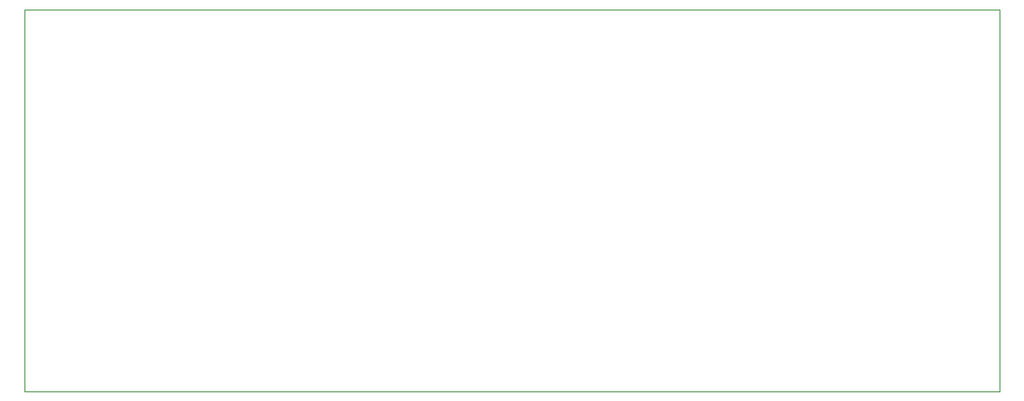
<source format=gbr>
G04 #@! TF.GenerationSoftware,KiCad,Pcbnew,(5.1.5)-3*
G04 #@! TF.CreationDate,2020-01-21T21:49:03-08:00*
G04 #@! TF.ProjectId,29MHz-BandStop,32394d48-7a2d-4426-916e-6453746f702e,rev?*
G04 #@! TF.SameCoordinates,Original*
G04 #@! TF.FileFunction,Profile,NP*
%FSLAX46Y46*%
G04 Gerber Fmt 4.6, Leading zero omitted, Abs format (unit mm)*
G04 Created by KiCad (PCBNEW (5.1.5)-3) date 2020-01-21 21:49:03*
%MOMM*%
%LPD*%
G04 APERTURE LIST*
%ADD10C,0.050000*%
G04 APERTURE END LIST*
D10*
X188976000Y-108204000D02*
X188976000Y-102108000D01*
X94488000Y-108204000D02*
X188976000Y-108204000D01*
X94488000Y-106680000D02*
X94488000Y-108204000D01*
X94488000Y-71120000D02*
X94488000Y-106680000D01*
X94996000Y-71120000D02*
X94488000Y-71120000D01*
X188976000Y-71120000D02*
X94996000Y-71120000D01*
X188976000Y-102108000D02*
X188976000Y-71120000D01*
M02*

</source>
